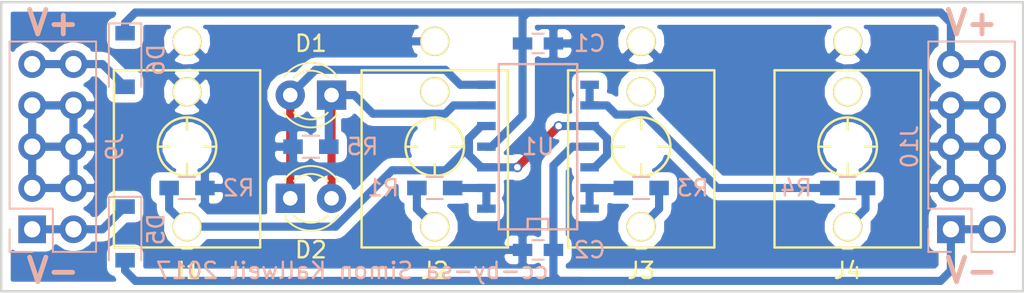
<source format=kicad_pcb>
(kicad_pcb (version 4) (host pcbnew 4.0.5)

  (general
    (links 51)
    (no_connects 0)
    (area 115.494999 67.234999 178.510001 85.165001)
    (thickness 1.6)
    (drawings 9)
    (tracks 85)
    (zones 0)
    (modules 18)
    (nets 15)
  )

  (page A4)
  (layers
    (0 F.Cu signal)
    (31 B.Cu signal)
    (32 B.Adhes user)
    (33 F.Adhes user)
    (34 B.Paste user)
    (35 F.Paste user)
    (36 B.SilkS user)
    (37 F.SilkS user)
    (38 B.Mask user)
    (39 F.Mask user)
    (40 Dwgs.User user hide)
    (41 Cmts.User user hide)
    (42 Eco1.User user hide)
    (43 Eco2.User user hide)
    (44 Edge.Cuts user)
    (45 Margin user)
    (46 B.CrtYd user hide)
    (47 F.CrtYd user hide)
    (48 B.Fab user hide)
    (49 F.Fab user hide)
  )

  (setup
    (last_trace_width 0.25)
    (user_trace_width 0.4)
    (user_trace_width 0.5)
    (trace_clearance 0.2)
    (zone_clearance 0.508)
    (zone_45_only no)
    (trace_min 0.2)
    (segment_width 0.2)
    (edge_width 0.15)
    (via_size 0.6)
    (via_drill 0.4)
    (via_min_size 0.4)
    (via_min_drill 0.3)
    (uvia_size 0.3)
    (uvia_drill 0.1)
    (uvias_allowed no)
    (uvia_min_size 0.2)
    (uvia_min_drill 0.1)
    (pcb_text_width 0.3)
    (pcb_text_size 1.5 1.5)
    (mod_edge_width 0.15)
    (mod_text_size 1 1)
    (mod_text_width 0.15)
    (pad_size 1.524 1.524)
    (pad_drill 0.762)
    (pad_to_mask_clearance 0.2)
    (aux_axis_origin 0 0)
    (visible_elements FFFFFF7F)
    (pcbplotparams
      (layerselection 0x00030_80000001)
      (usegerberextensions false)
      (excludeedgelayer true)
      (linewidth 0.100000)
      (plotframeref false)
      (viasonmask false)
      (mode 1)
      (useauxorigin false)
      (hpglpennumber 1)
      (hpglpenspeed 20)
      (hpglpendiameter 15)
      (hpglpenoverlay 2)
      (psnegative false)
      (psa4output false)
      (plotreference true)
      (plotvalue true)
      (plotinvisibletext false)
      (padsonsilk false)
      (subtractmaskfromsilk false)
      (outputformat 1)
      (mirror false)
      (drillshape 1)
      (scaleselection 1)
      (outputdirectory ""))
  )

  (net 0 "")
  (net 1 GND)
  (net 2 "Net-(D1-Pad1)")
  (net 3 "Net-(D1-Pad2)")
  (net 4 "Net-(D5-Pad1)")
  (net 5 +12V)
  (net 6 -12V)
  (net 7 "Net-(R3-Pad1)")
  (net 8 "Net-(D6-Pad2)")
  (net 9 "Net-(J1-Pad3)")
  (net 10 "Net-(J2-Pad3)")
  (net 11 "Net-(J3-Pad3)")
  (net 12 "Net-(J4-Pad3)")
  (net 13 "Net-(R1-Pad2)")
  (net 14 "Net-(R4-Pad2)")

  (net_class Default "This is the default net class."
    (clearance 0.2)
    (trace_width 0.25)
    (via_dia 0.6)
    (via_drill 0.4)
    (uvia_dia 0.3)
    (uvia_drill 0.1)
    (add_net +12V)
    (add_net -12V)
    (add_net GND)
    (add_net "Net-(D1-Pad1)")
    (add_net "Net-(D1-Pad2)")
    (add_net "Net-(D5-Pad1)")
    (add_net "Net-(D6-Pad2)")
    (add_net "Net-(J1-Pad3)")
    (add_net "Net-(J2-Pad3)")
    (add_net "Net-(J3-Pad3)")
    (add_net "Net-(J4-Pad3)")
    (add_net "Net-(R1-Pad2)")
    (add_net "Net-(R3-Pad1)")
    (add_net "Net-(R4-Pad2)")
  )

  (module Capacitors_SMD:C_0603_HandSoldering (layer B.Cu) (tedit 58AA848B) (tstamp 58AEF86B)
    (at 148.59 69.85)
    (descr "Capacitor SMD 0603, hand soldering")
    (tags "capacitor 0603")
    (path /58AEF55C)
    (attr smd)
    (fp_text reference C1 (at 3.175 0) (layer B.SilkS)
      (effects (font (size 1 1) (thickness 0.15)) (justify mirror))
    )
    (fp_text value 100n (at 0 -1.5) (layer B.Fab)
      (effects (font (size 1 1) (thickness 0.15)) (justify mirror))
    )
    (fp_text user %R (at 0 1.25) (layer B.Fab)
      (effects (font (size 1 1) (thickness 0.15)) (justify mirror))
    )
    (fp_line (start -0.8 -0.4) (end -0.8 0.4) (layer B.Fab) (width 0.1))
    (fp_line (start 0.8 -0.4) (end -0.8 -0.4) (layer B.Fab) (width 0.1))
    (fp_line (start 0.8 0.4) (end 0.8 -0.4) (layer B.Fab) (width 0.1))
    (fp_line (start -0.8 0.4) (end 0.8 0.4) (layer B.Fab) (width 0.1))
    (fp_line (start -0.35 0.6) (end 0.35 0.6) (layer B.SilkS) (width 0.12))
    (fp_line (start 0.35 -0.6) (end -0.35 -0.6) (layer B.SilkS) (width 0.12))
    (fp_line (start -1.8 0.65) (end 1.8 0.65) (layer B.CrtYd) (width 0.05))
    (fp_line (start -1.8 0.65) (end -1.8 -0.65) (layer B.CrtYd) (width 0.05))
    (fp_line (start 1.8 -0.65) (end 1.8 0.65) (layer B.CrtYd) (width 0.05))
    (fp_line (start 1.8 -0.65) (end -1.8 -0.65) (layer B.CrtYd) (width 0.05))
    (pad 1 smd rect (at -0.95 0) (size 1.2 0.75) (layers B.Cu B.Paste B.Mask)
      (net 5 +12V))
    (pad 2 smd rect (at 0.95 0) (size 1.2 0.75) (layers B.Cu B.Paste B.Mask)
      (net 1 GND))
    (model Capacitors_SMD.3dshapes/C_0603.wrl
      (at (xyz 0 0 0))
      (scale (xyz 1 1 1))
      (rotate (xyz 0 0 0))
    )
  )

  (module LEDs:LED_D3.0mm (layer F.Cu) (tedit 587A3A7B) (tstamp 58AEF877)
    (at 135.89 73.025 180)
    (descr "LED, diameter 3.0mm, 2 pins")
    (tags "LED diameter 3.0mm 2 pins")
    (path /58AF0282)
    (fp_text reference D1 (at 1.27 3.175 180) (layer F.SilkS)
      (effects (font (size 1 1) (thickness 0.15)))
    )
    (fp_text value LED (at 1.27 2.96 180) (layer F.Fab)
      (effects (font (size 1 1) (thickness 0.15)))
    )
    (fp_arc (start 1.27 0) (end -0.23 -1.16619) (angle 284.3) (layer F.Fab) (width 0.1))
    (fp_arc (start 1.27 0) (end -0.29 -1.235516) (angle 108.8) (layer F.SilkS) (width 0.12))
    (fp_arc (start 1.27 0) (end -0.29 1.235516) (angle -108.8) (layer F.SilkS) (width 0.12))
    (fp_arc (start 1.27 0) (end 0.229039 -1.08) (angle 87.9) (layer F.SilkS) (width 0.12))
    (fp_arc (start 1.27 0) (end 0.229039 1.08) (angle -87.9) (layer F.SilkS) (width 0.12))
    (fp_circle (center 1.27 0) (end 2.77 0) (layer F.Fab) (width 0.1))
    (fp_line (start -0.23 -1.16619) (end -0.23 1.16619) (layer F.Fab) (width 0.1))
    (fp_line (start -0.29 -1.236) (end -0.29 -1.08) (layer F.SilkS) (width 0.12))
    (fp_line (start -0.29 1.08) (end -0.29 1.236) (layer F.SilkS) (width 0.12))
    (fp_line (start -1.15 -2.25) (end -1.15 2.25) (layer F.CrtYd) (width 0.05))
    (fp_line (start -1.15 2.25) (end 3.7 2.25) (layer F.CrtYd) (width 0.05))
    (fp_line (start 3.7 2.25) (end 3.7 -2.25) (layer F.CrtYd) (width 0.05))
    (fp_line (start 3.7 -2.25) (end -1.15 -2.25) (layer F.CrtYd) (width 0.05))
    (pad 1 thru_hole rect (at 0 0 180) (size 1.8 1.8) (drill 0.9) (layers *.Cu *.Mask)
      (net 2 "Net-(D1-Pad1)"))
    (pad 2 thru_hole circle (at 2.54 0 180) (size 1.8 1.8) (drill 0.9) (layers *.Cu *.Mask)
      (net 3 "Net-(D1-Pad2)"))
    (model LEDs.3dshapes/LED_D3.0mm.wrl
      (at (xyz 0 0 0))
      (scale (xyz 0.393701 0.393701 0.393701))
      (rotate (xyz 0 0 0))
    )
  )

  (module LEDs:LED_D3.0mm (layer F.Cu) (tedit 587A3A7B) (tstamp 58AEF87D)
    (at 133.35 79.375)
    (descr "LED, diameter 3.0mm, 2 pins")
    (tags "LED diameter 3.0mm 2 pins")
    (path /58AF02C6)
    (fp_text reference D2 (at 1.27 3.175) (layer F.SilkS)
      (effects (font (size 1 1) (thickness 0.15)))
    )
    (fp_text value LED (at 1.27 2.96) (layer F.Fab)
      (effects (font (size 1 1) (thickness 0.15)))
    )
    (fp_arc (start 1.27 0) (end -0.23 -1.16619) (angle 284.3) (layer F.Fab) (width 0.1))
    (fp_arc (start 1.27 0) (end -0.29 -1.235516) (angle 108.8) (layer F.SilkS) (width 0.12))
    (fp_arc (start 1.27 0) (end -0.29 1.235516) (angle -108.8) (layer F.SilkS) (width 0.12))
    (fp_arc (start 1.27 0) (end 0.229039 -1.08) (angle 87.9) (layer F.SilkS) (width 0.12))
    (fp_arc (start 1.27 0) (end 0.229039 1.08) (angle -87.9) (layer F.SilkS) (width 0.12))
    (fp_circle (center 1.27 0) (end 2.77 0) (layer F.Fab) (width 0.1))
    (fp_line (start -0.23 -1.16619) (end -0.23 1.16619) (layer F.Fab) (width 0.1))
    (fp_line (start -0.29 -1.236) (end -0.29 -1.08) (layer F.SilkS) (width 0.12))
    (fp_line (start -0.29 1.08) (end -0.29 1.236) (layer F.SilkS) (width 0.12))
    (fp_line (start -1.15 -2.25) (end -1.15 2.25) (layer F.CrtYd) (width 0.05))
    (fp_line (start -1.15 2.25) (end 3.7 2.25) (layer F.CrtYd) (width 0.05))
    (fp_line (start 3.7 2.25) (end 3.7 -2.25) (layer F.CrtYd) (width 0.05))
    (fp_line (start 3.7 -2.25) (end -1.15 -2.25) (layer F.CrtYd) (width 0.05))
    (pad 1 thru_hole rect (at 0 0) (size 1.8 1.8) (drill 0.9) (layers *.Cu *.Mask)
      (net 3 "Net-(D1-Pad2)"))
    (pad 2 thru_hole circle (at 2.54 0) (size 1.8 1.8) (drill 0.9) (layers *.Cu *.Mask)
      (net 2 "Net-(D1-Pad1)"))
    (model LEDs.3dshapes/LED_D3.0mm.wrl
      (at (xyz 0 0 0))
      (scale (xyz 0.393701 0.393701 0.393701))
      (rotate (xyz 0 0 0))
    )
  )

  (module Resistors_SMD:R_0603_HandSoldering (layer B.Cu) (tedit 58AAD9E8) (tstamp 58AEF8F9)
    (at 142.24 78.74)
    (descr "Resistor SMD 0603, hand soldering")
    (tags "resistor 0603")
    (path /58B41330)
    (attr smd)
    (fp_text reference R1 (at -3.175 0) (layer B.SilkS)
      (effects (font (size 1 1) (thickness 0.15)) (justify mirror))
    )
    (fp_text value 100 (at 0 -1.55) (layer B.Fab)
      (effects (font (size 1 1) (thickness 0.15)) (justify mirror))
    )
    (fp_text user %R (at 0 1.45) (layer B.Fab)
      (effects (font (size 1 1) (thickness 0.15)) (justify mirror))
    )
    (fp_line (start -0.8 -0.4) (end -0.8 0.4) (layer B.Fab) (width 0.1))
    (fp_line (start 0.8 -0.4) (end -0.8 -0.4) (layer B.Fab) (width 0.1))
    (fp_line (start 0.8 0.4) (end 0.8 -0.4) (layer B.Fab) (width 0.1))
    (fp_line (start -0.8 0.4) (end 0.8 0.4) (layer B.Fab) (width 0.1))
    (fp_line (start 0.5 -0.68) (end -0.5 -0.68) (layer B.SilkS) (width 0.12))
    (fp_line (start -0.5 0.68) (end 0.5 0.68) (layer B.SilkS) (width 0.12))
    (fp_line (start -1.96 0.7) (end 1.95 0.7) (layer B.CrtYd) (width 0.05))
    (fp_line (start -1.96 0.7) (end -1.96 -0.7) (layer B.CrtYd) (width 0.05))
    (fp_line (start 1.95 -0.7) (end 1.95 0.7) (layer B.CrtYd) (width 0.05))
    (fp_line (start 1.95 -0.7) (end -1.96 -0.7) (layer B.CrtYd) (width 0.05))
    (pad 1 smd rect (at -1.1 0) (size 1.2 0.9) (layers B.Cu B.Paste B.Mask)
      (net 10 "Net-(J2-Pad3)"))
    (pad 2 smd rect (at 1.1 0) (size 1.2 0.9) (layers B.Cu B.Paste B.Mask)
      (net 13 "Net-(R1-Pad2)"))
    (model Resistors_SMD.3dshapes/R_0603.wrl
      (at (xyz 0 0 0))
      (scale (xyz 1 1 1))
      (rotate (xyz 0 0 0))
    )
  )

  (module Resistors_SMD:R_0603_HandSoldering (layer B.Cu) (tedit 58AAD9E8) (tstamp 58AEF8FF)
    (at 127 78.74)
    (descr "Resistor SMD 0603, hand soldering")
    (tags "resistor 0603")
    (path /58B409F8)
    (attr smd)
    (fp_text reference R2 (at 3.175 0) (layer B.SilkS)
      (effects (font (size 1 1) (thickness 0.15)) (justify mirror))
    )
    (fp_text value 10M (at 0 -1.55) (layer B.Fab)
      (effects (font (size 1 1) (thickness 0.15)) (justify mirror))
    )
    (fp_text user %R (at 0 1.45) (layer B.Fab)
      (effects (font (size 1 1) (thickness 0.15)) (justify mirror))
    )
    (fp_line (start -0.8 -0.4) (end -0.8 0.4) (layer B.Fab) (width 0.1))
    (fp_line (start 0.8 -0.4) (end -0.8 -0.4) (layer B.Fab) (width 0.1))
    (fp_line (start 0.8 0.4) (end 0.8 -0.4) (layer B.Fab) (width 0.1))
    (fp_line (start -0.8 0.4) (end 0.8 0.4) (layer B.Fab) (width 0.1))
    (fp_line (start 0.5 -0.68) (end -0.5 -0.68) (layer B.SilkS) (width 0.12))
    (fp_line (start -0.5 0.68) (end 0.5 0.68) (layer B.SilkS) (width 0.12))
    (fp_line (start -1.96 0.7) (end 1.95 0.7) (layer B.CrtYd) (width 0.05))
    (fp_line (start -1.96 0.7) (end -1.96 -0.7) (layer B.CrtYd) (width 0.05))
    (fp_line (start 1.95 -0.7) (end 1.95 0.7) (layer B.CrtYd) (width 0.05))
    (fp_line (start 1.95 -0.7) (end -1.96 -0.7) (layer B.CrtYd) (width 0.05))
    (pad 1 smd rect (at -1.1 0) (size 1.2 0.9) (layers B.Cu B.Paste B.Mask)
      (net 9 "Net-(J1-Pad3)"))
    (pad 2 smd rect (at 1.1 0) (size 1.2 0.9) (layers B.Cu B.Paste B.Mask)
      (net 1 GND))
    (model Resistors_SMD.3dshapes/R_0603.wrl
      (at (xyz 0 0 0))
      (scale (xyz 1 1 1))
      (rotate (xyz 0 0 0))
    )
  )

  (module Resistors_SMD:R_0603_HandSoldering (layer B.Cu) (tedit 58AAD9E8) (tstamp 58AEF905)
    (at 154.94 78.74)
    (descr "Resistor SMD 0603, hand soldering")
    (tags "resistor 0603")
    (path /58B413E9)
    (attr smd)
    (fp_text reference R3 (at 3.175 0) (layer B.SilkS)
      (effects (font (size 1 1) (thickness 0.15)) (justify mirror))
    )
    (fp_text value 100 (at 0 -1.55) (layer B.Fab)
      (effects (font (size 1 1) (thickness 0.15)) (justify mirror))
    )
    (fp_text user %R (at 0 1.45) (layer B.Fab)
      (effects (font (size 1 1) (thickness 0.15)) (justify mirror))
    )
    (fp_line (start -0.8 -0.4) (end -0.8 0.4) (layer B.Fab) (width 0.1))
    (fp_line (start 0.8 -0.4) (end -0.8 -0.4) (layer B.Fab) (width 0.1))
    (fp_line (start 0.8 0.4) (end 0.8 -0.4) (layer B.Fab) (width 0.1))
    (fp_line (start -0.8 0.4) (end 0.8 0.4) (layer B.Fab) (width 0.1))
    (fp_line (start 0.5 -0.68) (end -0.5 -0.68) (layer B.SilkS) (width 0.12))
    (fp_line (start -0.5 0.68) (end 0.5 0.68) (layer B.SilkS) (width 0.12))
    (fp_line (start -1.96 0.7) (end 1.95 0.7) (layer B.CrtYd) (width 0.05))
    (fp_line (start -1.96 0.7) (end -1.96 -0.7) (layer B.CrtYd) (width 0.05))
    (fp_line (start 1.95 -0.7) (end 1.95 0.7) (layer B.CrtYd) (width 0.05))
    (fp_line (start 1.95 -0.7) (end -1.96 -0.7) (layer B.CrtYd) (width 0.05))
    (pad 1 smd rect (at -1.1 0) (size 1.2 0.9) (layers B.Cu B.Paste B.Mask)
      (net 7 "Net-(R3-Pad1)"))
    (pad 2 smd rect (at 1.1 0) (size 1.2 0.9) (layers B.Cu B.Paste B.Mask)
      (net 11 "Net-(J3-Pad3)"))
    (model Resistors_SMD.3dshapes/R_0603.wrl
      (at (xyz 0 0 0))
      (scale (xyz 1 1 1))
      (rotate (xyz 0 0 0))
    )
  )

  (module Resistors_SMD:R_0603_HandSoldering (layer B.Cu) (tedit 58AAD9E8) (tstamp 58AEF90B)
    (at 167.64 78.74 180)
    (descr "Resistor SMD 0603, hand soldering")
    (tags "resistor 0603")
    (path /58B41477)
    (attr smd)
    (fp_text reference R4 (at 3.175 0 180) (layer B.SilkS)
      (effects (font (size 1 1) (thickness 0.15)) (justify mirror))
    )
    (fp_text value 100 (at 0 -1.55 180) (layer B.Fab)
      (effects (font (size 1 1) (thickness 0.15)) (justify mirror))
    )
    (fp_text user %R (at 0 1.45 180) (layer B.Fab)
      (effects (font (size 1 1) (thickness 0.15)) (justify mirror))
    )
    (fp_line (start -0.8 -0.4) (end -0.8 0.4) (layer B.Fab) (width 0.1))
    (fp_line (start 0.8 -0.4) (end -0.8 -0.4) (layer B.Fab) (width 0.1))
    (fp_line (start 0.8 0.4) (end 0.8 -0.4) (layer B.Fab) (width 0.1))
    (fp_line (start -0.8 0.4) (end 0.8 0.4) (layer B.Fab) (width 0.1))
    (fp_line (start 0.5 -0.68) (end -0.5 -0.68) (layer B.SilkS) (width 0.12))
    (fp_line (start -0.5 0.68) (end 0.5 0.68) (layer B.SilkS) (width 0.12))
    (fp_line (start -1.96 0.7) (end 1.95 0.7) (layer B.CrtYd) (width 0.05))
    (fp_line (start -1.96 0.7) (end -1.96 -0.7) (layer B.CrtYd) (width 0.05))
    (fp_line (start 1.95 -0.7) (end 1.95 0.7) (layer B.CrtYd) (width 0.05))
    (fp_line (start 1.95 -0.7) (end -1.96 -0.7) (layer B.CrtYd) (width 0.05))
    (pad 1 smd rect (at -1.1 0 180) (size 1.2 0.9) (layers B.Cu B.Paste B.Mask)
      (net 12 "Net-(J4-Pad3)"))
    (pad 2 smd rect (at 1.1 0 180) (size 1.2 0.9) (layers B.Cu B.Paste B.Mask)
      (net 14 "Net-(R4-Pad2)"))
    (model Resistors_SMD.3dshapes/R_0603.wrl
      (at (xyz 0 0 0))
      (scale (xyz 1 1 1))
      (rotate (xyz 0 0 0))
    )
  )

  (module Eurocad:PJ301M-12 (layer F.Cu) (tedit 58B03180) (tstamp 58AEF8A8)
    (at 127 76.2 180)
    (path /58B40360)
    (fp_text reference J1 (at 0 -7.62 180) (layer F.SilkS)
      (effects (font (size 1 1) (thickness 0.15)))
    )
    (fp_text value PJ301M-12 (at 0 -7.112 180) (layer F.Fab)
      (effects (font (size 1 1) (thickness 0.15)))
    )
    (fp_line (start -1.8 0) (end 1.8 0) (layer F.SilkS) (width 0.15))
    (fp_line (start 0 -1.8) (end 0 1.8) (layer F.SilkS) (width 0.15))
    (fp_circle (center 0 0) (end 1.8 0) (layer F.SilkS) (width 0.15))
    (fp_line (start 4.5 -6.2) (end 4.5 4.7) (layer F.SilkS) (width 0.15))
    (fp_line (start -4.5 -6.2) (end -4.5 4.7) (layer F.SilkS) (width 0.15))
    (fp_line (start -4.5 4.7) (end 4.5 4.7) (layer F.SilkS) (width 0.15))
    (fp_line (start -4.5 -6.2) (end 4.5 -6.2) (layer F.SilkS) (width 0.15))
    (pad 2 thru_hole circle (at 0 3.38 180) (size 1.8 1.8) (drill 1.6) (layers *.Cu *.Mask F.SilkS)
      (net 1 GND))
    (pad 1 thru_hole circle (at 0 6.48 180) (size 1.8 1.8) (drill 1.6) (layers *.Cu *.Mask F.SilkS)
      (net 1 GND))
    (pad 3 thru_hole circle (at 0 -4.92 180) (size 1.8 1.8) (drill 1.6) (layers *.Cu *.Mask F.SilkS)
      (net 9 "Net-(J1-Pad3)"))
    (pad "" np_thru_hole circle (at 0 0 180) (size 2 2) (drill 2) (layers *.Cu))
  )

  (module Eurocad:PJ301M-12 (layer F.Cu) (tedit 58B03180) (tstamp 58AEF8AF)
    (at 142.24 76.2 180)
    (path /58B41818)
    (fp_text reference J2 (at 0 -7.62 180) (layer F.SilkS)
      (effects (font (size 1 1) (thickness 0.15)))
    )
    (fp_text value PJ301M-12 (at 0 -7.112 180) (layer F.Fab)
      (effects (font (size 1 1) (thickness 0.15)))
    )
    (fp_line (start -1.8 0) (end 1.8 0) (layer F.SilkS) (width 0.15))
    (fp_line (start 0 -1.8) (end 0 1.8) (layer F.SilkS) (width 0.15))
    (fp_circle (center 0 0) (end 1.8 0) (layer F.SilkS) (width 0.15))
    (fp_line (start 4.5 -6.2) (end 4.5 4.7) (layer F.SilkS) (width 0.15))
    (fp_line (start -4.5 -6.2) (end -4.5 4.7) (layer F.SilkS) (width 0.15))
    (fp_line (start -4.5 4.7) (end 4.5 4.7) (layer F.SilkS) (width 0.15))
    (fp_line (start -4.5 -6.2) (end 4.5 -6.2) (layer F.SilkS) (width 0.15))
    (pad 2 thru_hole circle (at 0 3.38 180) (size 1.8 1.8) (drill 1.6) (layers *.Cu *.Mask F.SilkS))
    (pad 1 thru_hole circle (at 0 6.48 180) (size 1.8 1.8) (drill 1.6) (layers *.Cu *.Mask F.SilkS)
      (net 1 GND))
    (pad 3 thru_hole circle (at 0 -4.92 180) (size 1.8 1.8) (drill 1.6) (layers *.Cu *.Mask F.SilkS)
      (net 10 "Net-(J2-Pad3)"))
    (pad "" np_thru_hole circle (at 0 0 180) (size 2 2) (drill 2) (layers *.Cu))
  )

  (module Eurocad:PJ301M-12 (layer F.Cu) (tedit 58B03180) (tstamp 58AEF8B6)
    (at 154.94 76.2 180)
    (path /58B4188C)
    (fp_text reference J3 (at 0 -7.62 180) (layer F.SilkS)
      (effects (font (size 1 1) (thickness 0.15)))
    )
    (fp_text value PJ301M-12 (at 0 -7.112 180) (layer F.Fab)
      (effects (font (size 1 1) (thickness 0.15)))
    )
    (fp_line (start -1.8 0) (end 1.8 0) (layer F.SilkS) (width 0.15))
    (fp_line (start 0 -1.8) (end 0 1.8) (layer F.SilkS) (width 0.15))
    (fp_circle (center 0 0) (end 1.8 0) (layer F.SilkS) (width 0.15))
    (fp_line (start 4.5 -6.2) (end 4.5 4.7) (layer F.SilkS) (width 0.15))
    (fp_line (start -4.5 -6.2) (end -4.5 4.7) (layer F.SilkS) (width 0.15))
    (fp_line (start -4.5 4.7) (end 4.5 4.7) (layer F.SilkS) (width 0.15))
    (fp_line (start -4.5 -6.2) (end 4.5 -6.2) (layer F.SilkS) (width 0.15))
    (pad 2 thru_hole circle (at 0 3.38 180) (size 1.8 1.8) (drill 1.6) (layers *.Cu *.Mask F.SilkS))
    (pad 1 thru_hole circle (at 0 6.48 180) (size 1.8 1.8) (drill 1.6) (layers *.Cu *.Mask F.SilkS)
      (net 1 GND))
    (pad 3 thru_hole circle (at 0 -4.92 180) (size 1.8 1.8) (drill 1.6) (layers *.Cu *.Mask F.SilkS)
      (net 11 "Net-(J3-Pad3)"))
    (pad "" np_thru_hole circle (at 0 0 180) (size 2 2) (drill 2) (layers *.Cu))
  )

  (module Eurocad:PJ301M-12 (layer F.Cu) (tedit 58B03180) (tstamp 58AEF8BD)
    (at 167.64 76.2 180)
    (path /58B418FC)
    (fp_text reference J4 (at 0 -7.62 180) (layer F.SilkS)
      (effects (font (size 1 1) (thickness 0.15)))
    )
    (fp_text value PJ301M-12 (at 0 -7.112 180) (layer F.Fab)
      (effects (font (size 1 1) (thickness 0.15)))
    )
    (fp_line (start -1.8 0) (end 1.8 0) (layer F.SilkS) (width 0.15))
    (fp_line (start 0 -1.8) (end 0 1.8) (layer F.SilkS) (width 0.15))
    (fp_circle (center 0 0) (end 1.8 0) (layer F.SilkS) (width 0.15))
    (fp_line (start 4.5 -6.2) (end 4.5 4.7) (layer F.SilkS) (width 0.15))
    (fp_line (start -4.5 -6.2) (end -4.5 4.7) (layer F.SilkS) (width 0.15))
    (fp_line (start -4.5 4.7) (end 4.5 4.7) (layer F.SilkS) (width 0.15))
    (fp_line (start -4.5 -6.2) (end 4.5 -6.2) (layer F.SilkS) (width 0.15))
    (pad 2 thru_hole circle (at 0 3.38 180) (size 1.8 1.8) (drill 1.6) (layers *.Cu *.Mask F.SilkS))
    (pad 1 thru_hole circle (at 0 6.48 180) (size 1.8 1.8) (drill 1.6) (layers *.Cu *.Mask F.SilkS)
      (net 1 GND))
    (pad 3 thru_hole circle (at 0 -4.92 180) (size 1.8 1.8) (drill 1.6) (layers *.Cu *.Mask F.SilkS)
      (net 12 "Net-(J4-Pad3)"))
    (pad "" np_thru_hole circle (at 0 0 180) (size 2 2) (drill 2) (layers *.Cu))
  )

  (module Resistors_SMD:R_0603_HandSoldering (layer B.Cu) (tedit 58AAD9E8) (tstamp 58B05CB1)
    (at 134.62 76.2 180)
    (descr "Resistor SMD 0603, hand soldering")
    (tags "resistor 0603")
    (path /58AF01CB)
    (attr smd)
    (fp_text reference R5 (at -3.175 0 180) (layer B.SilkS)
      (effects (font (size 1 1) (thickness 0.15)) (justify mirror))
    )
    (fp_text value 10K (at 0 -1.55 180) (layer B.Fab)
      (effects (font (size 1 1) (thickness 0.15)) (justify mirror))
    )
    (fp_text user %R (at 0 1.45 180) (layer B.Fab)
      (effects (font (size 1 1) (thickness 0.15)) (justify mirror))
    )
    (fp_line (start -0.8 -0.4) (end -0.8 0.4) (layer B.Fab) (width 0.1))
    (fp_line (start 0.8 -0.4) (end -0.8 -0.4) (layer B.Fab) (width 0.1))
    (fp_line (start 0.8 0.4) (end 0.8 -0.4) (layer B.Fab) (width 0.1))
    (fp_line (start -0.8 0.4) (end 0.8 0.4) (layer B.Fab) (width 0.1))
    (fp_line (start 0.5 -0.68) (end -0.5 -0.68) (layer B.SilkS) (width 0.12))
    (fp_line (start -0.5 0.68) (end 0.5 0.68) (layer B.SilkS) (width 0.12))
    (fp_line (start -1.96 0.7) (end 1.95 0.7) (layer B.CrtYd) (width 0.05))
    (fp_line (start -1.96 0.7) (end -1.96 -0.7) (layer B.CrtYd) (width 0.05))
    (fp_line (start 1.95 -0.7) (end 1.95 0.7) (layer B.CrtYd) (width 0.05))
    (fp_line (start 1.95 -0.7) (end -1.96 -0.7) (layer B.CrtYd) (width 0.05))
    (pad 1 smd rect (at -1.1 0 180) (size 1.2 0.9) (layers B.Cu B.Paste B.Mask)
      (net 2 "Net-(D1-Pad1)"))
    (pad 2 smd rect (at 1.1 0 180) (size 1.2 0.9) (layers B.Cu B.Paste B.Mask)
      (net 1 GND))
    (model Resistors_SMD.3dshapes/R_0603.wrl
      (at (xyz 0 0 0))
      (scale (xyz 1 1 1))
      (rotate (xyz 0 0 0))
    )
  )

  (module Pin_Headers:Pin_Header_Straight_2x05_Pitch2.54mm (layer B.Cu) (tedit 5862ED53) (tstamp 58B172AE)
    (at 173.99 81.28)
    (descr "Through hole straight pin header, 2x05, 2.54mm pitch, double rows")
    (tags "Through hole pin header THT 2x05 2.54mm double row")
    (path /58B35EB4)
    (fp_text reference J10 (at -2.54 -5.08 270) (layer B.SilkS)
      (effects (font (size 1 1) (thickness 0.15)) (justify mirror))
    )
    (fp_text value CONN_02X05 (at 1.27 -12.55) (layer B.Fab)
      (effects (font (size 1 1) (thickness 0.15)) (justify mirror))
    )
    (fp_line (start -1.27 1.27) (end -1.27 -11.43) (layer B.Fab) (width 0.1))
    (fp_line (start -1.27 -11.43) (end 3.81 -11.43) (layer B.Fab) (width 0.1))
    (fp_line (start 3.81 -11.43) (end 3.81 1.27) (layer B.Fab) (width 0.1))
    (fp_line (start 3.81 1.27) (end -1.27 1.27) (layer B.Fab) (width 0.1))
    (fp_line (start -1.39 -1.27) (end -1.39 -11.55) (layer B.SilkS) (width 0.12))
    (fp_line (start -1.39 -11.55) (end 3.93 -11.55) (layer B.SilkS) (width 0.12))
    (fp_line (start 3.93 -11.55) (end 3.93 1.39) (layer B.SilkS) (width 0.12))
    (fp_line (start 3.93 1.39) (end 1.27 1.39) (layer B.SilkS) (width 0.12))
    (fp_line (start 1.27 1.39) (end 1.27 -1.27) (layer B.SilkS) (width 0.12))
    (fp_line (start 1.27 -1.27) (end -1.39 -1.27) (layer B.SilkS) (width 0.12))
    (fp_line (start -1.39 0) (end -1.39 1.39) (layer B.SilkS) (width 0.12))
    (fp_line (start -1.39 1.39) (end 0 1.39) (layer B.SilkS) (width 0.12))
    (fp_line (start -1.6 1.6) (end -1.6 -11.7) (layer B.CrtYd) (width 0.05))
    (fp_line (start -1.6 -11.7) (end 4.1 -11.7) (layer B.CrtYd) (width 0.05))
    (fp_line (start 4.1 -11.7) (end 4.1 1.6) (layer B.CrtYd) (width 0.05))
    (fp_line (start 4.1 1.6) (end -1.6 1.6) (layer B.CrtYd) (width 0.05))
    (pad 1 thru_hole rect (at 0 0) (size 1.7 1.7) (drill 1) (layers *.Cu *.Mask)
      (net 6 -12V))
    (pad 2 thru_hole oval (at 2.54 0) (size 1.7 1.7) (drill 1) (layers *.Cu *.Mask)
      (net 6 -12V))
    (pad 3 thru_hole oval (at 0 -2.54) (size 1.7 1.7) (drill 1) (layers *.Cu *.Mask)
      (net 1 GND))
    (pad 4 thru_hole oval (at 2.54 -2.54) (size 1.7 1.7) (drill 1) (layers *.Cu *.Mask)
      (net 1 GND))
    (pad 5 thru_hole oval (at 0 -5.08) (size 1.7 1.7) (drill 1) (layers *.Cu *.Mask)
      (net 1 GND))
    (pad 6 thru_hole oval (at 2.54 -5.08) (size 1.7 1.7) (drill 1) (layers *.Cu *.Mask)
      (net 1 GND))
    (pad 7 thru_hole oval (at 0 -7.62) (size 1.7 1.7) (drill 1) (layers *.Cu *.Mask)
      (net 1 GND))
    (pad 8 thru_hole oval (at 2.54 -7.62) (size 1.7 1.7) (drill 1) (layers *.Cu *.Mask)
      (net 1 GND))
    (pad 9 thru_hole oval (at 0 -10.16) (size 1.7 1.7) (drill 1) (layers *.Cu *.Mask)
      (net 5 +12V))
    (pad 10 thru_hole oval (at 2.54 -10.16) (size 1.7 1.7) (drill 1) (layers *.Cu *.Mask)
      (net 5 +12V))
    (model Pin_Headers.3dshapes/Pin_Header_Straight_2x05_Pitch2.54mm.wrl
      (at (xyz 0.05 -0.2 0))
      (scale (xyz 1 1 1))
      (rotate (xyz 0 0 90))
    )
  )

  (module Pin_Headers:Pin_Header_Straight_2x05_Pitch2.54mm (layer B.Cu) (tedit 5862ED53) (tstamp 58B3F8BA)
    (at 117.475 81.28)
    (descr "Through hole straight pin header, 2x05, 2.54mm pitch, double rows")
    (tags "Through hole pin header THT 2x05 2.54mm double row")
    (path /58AF50EB)
    (fp_text reference J9 (at 5.08 -5.08 90) (layer B.SilkS)
      (effects (font (size 1 1) (thickness 0.15)) (justify mirror))
    )
    (fp_text value CONN_02X05 (at 1.27 -12.55) (layer B.Fab)
      (effects (font (size 1 1) (thickness 0.15)) (justify mirror))
    )
    (fp_line (start -1.27 1.27) (end -1.27 -11.43) (layer B.Fab) (width 0.1))
    (fp_line (start -1.27 -11.43) (end 3.81 -11.43) (layer B.Fab) (width 0.1))
    (fp_line (start 3.81 -11.43) (end 3.81 1.27) (layer B.Fab) (width 0.1))
    (fp_line (start 3.81 1.27) (end -1.27 1.27) (layer B.Fab) (width 0.1))
    (fp_line (start -1.39 -1.27) (end -1.39 -11.55) (layer B.SilkS) (width 0.12))
    (fp_line (start -1.39 -11.55) (end 3.93 -11.55) (layer B.SilkS) (width 0.12))
    (fp_line (start 3.93 -11.55) (end 3.93 1.39) (layer B.SilkS) (width 0.12))
    (fp_line (start 3.93 1.39) (end 1.27 1.39) (layer B.SilkS) (width 0.12))
    (fp_line (start 1.27 1.39) (end 1.27 -1.27) (layer B.SilkS) (width 0.12))
    (fp_line (start 1.27 -1.27) (end -1.39 -1.27) (layer B.SilkS) (width 0.12))
    (fp_line (start -1.39 0) (end -1.39 1.39) (layer B.SilkS) (width 0.12))
    (fp_line (start -1.39 1.39) (end 0 1.39) (layer B.SilkS) (width 0.12))
    (fp_line (start -1.6 1.6) (end -1.6 -11.7) (layer B.CrtYd) (width 0.05))
    (fp_line (start -1.6 -11.7) (end 4.1 -11.7) (layer B.CrtYd) (width 0.05))
    (fp_line (start 4.1 -11.7) (end 4.1 1.6) (layer B.CrtYd) (width 0.05))
    (fp_line (start 4.1 1.6) (end -1.6 1.6) (layer B.CrtYd) (width 0.05))
    (pad 1 thru_hole rect (at 0 0) (size 1.7 1.7) (drill 1) (layers *.Cu *.Mask)
      (net 4 "Net-(D5-Pad1)"))
    (pad 2 thru_hole oval (at 2.54 0) (size 1.7 1.7) (drill 1) (layers *.Cu *.Mask)
      (net 4 "Net-(D5-Pad1)"))
    (pad 3 thru_hole oval (at 0 -2.54) (size 1.7 1.7) (drill 1) (layers *.Cu *.Mask)
      (net 1 GND))
    (pad 4 thru_hole oval (at 2.54 -2.54) (size 1.7 1.7) (drill 1) (layers *.Cu *.Mask)
      (net 1 GND))
    (pad 5 thru_hole oval (at 0 -5.08) (size 1.7 1.7) (drill 1) (layers *.Cu *.Mask)
      (net 1 GND))
    (pad 6 thru_hole oval (at 2.54 -5.08) (size 1.7 1.7) (drill 1) (layers *.Cu *.Mask)
      (net 1 GND))
    (pad 7 thru_hole oval (at 0 -7.62) (size 1.7 1.7) (drill 1) (layers *.Cu *.Mask)
      (net 1 GND))
    (pad 8 thru_hole oval (at 2.54 -7.62) (size 1.7 1.7) (drill 1) (layers *.Cu *.Mask)
      (net 1 GND))
    (pad 9 thru_hole oval (at 0 -10.16) (size 1.7 1.7) (drill 1) (layers *.Cu *.Mask)
      (net 8 "Net-(D6-Pad2)"))
    (pad 10 thru_hole oval (at 2.54 -10.16) (size 1.7 1.7) (drill 1) (layers *.Cu *.Mask)
      (net 8 "Net-(D6-Pad2)"))
    (model Pin_Headers.3dshapes/Pin_Header_Straight_2x05_Pitch2.54mm.wrl
      (at (xyz 0.05 -0.2 0))
      (scale (xyz 1 1 1))
      (rotate (xyz 0 0 90))
    )
  )

  (module Diodes_SMD:D_SOD-123 (layer B.Cu) (tedit 58645DC7) (tstamp 58B3FA7E)
    (at 123.19 81.535 270)
    (descr SOD-123)
    (tags SOD-123)
    (path /58B4B44B)
    (attr smd)
    (fp_text reference D5 (at -0.255 -1.905 270) (layer B.SilkS)
      (effects (font (size 1 1) (thickness 0.15)) (justify mirror))
    )
    (fp_text value 1N5819HW (at 0 -2.1 270) (layer B.Fab)
      (effects (font (size 1 1) (thickness 0.15)) (justify mirror))
    )
    (fp_line (start -2.25 1) (end -2.25 -1) (layer B.SilkS) (width 0.12))
    (fp_line (start 0.25 0) (end 0.75 0) (layer B.Fab) (width 0.1))
    (fp_line (start 0.25 -0.4) (end -0.35 0) (layer B.Fab) (width 0.1))
    (fp_line (start 0.25 0.4) (end 0.25 -0.4) (layer B.Fab) (width 0.1))
    (fp_line (start -0.35 0) (end 0.25 0.4) (layer B.Fab) (width 0.1))
    (fp_line (start -0.35 0) (end -0.35 -0.55) (layer B.Fab) (width 0.1))
    (fp_line (start -0.35 0) (end -0.35 0.55) (layer B.Fab) (width 0.1))
    (fp_line (start -0.75 0) (end -0.35 0) (layer B.Fab) (width 0.1))
    (fp_line (start -1.4 -0.9) (end -1.4 0.9) (layer B.Fab) (width 0.1))
    (fp_line (start 1.4 -0.9) (end -1.4 -0.9) (layer B.Fab) (width 0.1))
    (fp_line (start 1.4 0.9) (end 1.4 -0.9) (layer B.Fab) (width 0.1))
    (fp_line (start -1.4 0.9) (end 1.4 0.9) (layer B.Fab) (width 0.1))
    (fp_line (start -2.35 1.15) (end 2.35 1.15) (layer B.CrtYd) (width 0.05))
    (fp_line (start 2.35 1.15) (end 2.35 -1.15) (layer B.CrtYd) (width 0.05))
    (fp_line (start 2.35 -1.15) (end -2.35 -1.15) (layer B.CrtYd) (width 0.05))
    (fp_line (start -2.35 1.15) (end -2.35 -1.15) (layer B.CrtYd) (width 0.05))
    (fp_line (start -2.25 -1) (end 1.65 -1) (layer B.SilkS) (width 0.12))
    (fp_line (start -2.25 1) (end 1.65 1) (layer B.SilkS) (width 0.12))
    (pad 1 smd rect (at -1.65 0 270) (size 0.9 1.2) (layers B.Cu B.Paste B.Mask)
      (net 4 "Net-(D5-Pad1)"))
    (pad 2 smd rect (at 1.65 0 270) (size 0.9 1.2) (layers B.Cu B.Paste B.Mask)
      (net 6 -12V))
    (model ${KISYS3DMOD}/Diodes_SMD.3dshapes/D_SOD-123.wrl
      (at (xyz 0 0 0))
      (scale (xyz 1 1 1))
      (rotate (xyz 0 0 0))
    )
  )

  (module Diodes_SMD:D_SOD-123 (layer B.Cu) (tedit 58645DC7) (tstamp 58B3FA83)
    (at 123.19 70.865 270)
    (descr SOD-123)
    (tags SOD-123)
    (path /58B4B4E6)
    (attr smd)
    (fp_text reference D6 (at 0 -1.905 270) (layer B.SilkS)
      (effects (font (size 1 1) (thickness 0.15)) (justify mirror))
    )
    (fp_text value 1N5819HW (at 0 -2.1 270) (layer B.Fab)
      (effects (font (size 1 1) (thickness 0.15)) (justify mirror))
    )
    (fp_line (start -2.25 1) (end -2.25 -1) (layer B.SilkS) (width 0.12))
    (fp_line (start 0.25 0) (end 0.75 0) (layer B.Fab) (width 0.1))
    (fp_line (start 0.25 -0.4) (end -0.35 0) (layer B.Fab) (width 0.1))
    (fp_line (start 0.25 0.4) (end 0.25 -0.4) (layer B.Fab) (width 0.1))
    (fp_line (start -0.35 0) (end 0.25 0.4) (layer B.Fab) (width 0.1))
    (fp_line (start -0.35 0) (end -0.35 -0.55) (layer B.Fab) (width 0.1))
    (fp_line (start -0.35 0) (end -0.35 0.55) (layer B.Fab) (width 0.1))
    (fp_line (start -0.75 0) (end -0.35 0) (layer B.Fab) (width 0.1))
    (fp_line (start -1.4 -0.9) (end -1.4 0.9) (layer B.Fab) (width 0.1))
    (fp_line (start 1.4 -0.9) (end -1.4 -0.9) (layer B.Fab) (width 0.1))
    (fp_line (start 1.4 0.9) (end 1.4 -0.9) (layer B.Fab) (width 0.1))
    (fp_line (start -1.4 0.9) (end 1.4 0.9) (layer B.Fab) (width 0.1))
    (fp_line (start -2.35 1.15) (end 2.35 1.15) (layer B.CrtYd) (width 0.05))
    (fp_line (start 2.35 1.15) (end 2.35 -1.15) (layer B.CrtYd) (width 0.05))
    (fp_line (start 2.35 -1.15) (end -2.35 -1.15) (layer B.CrtYd) (width 0.05))
    (fp_line (start -2.35 1.15) (end -2.35 -1.15) (layer B.CrtYd) (width 0.05))
    (fp_line (start -2.25 -1) (end 1.65 -1) (layer B.SilkS) (width 0.12))
    (fp_line (start -2.25 1) (end 1.65 1) (layer B.SilkS) (width 0.12))
    (pad 1 smd rect (at -1.65 0 270) (size 0.9 1.2) (layers B.Cu B.Paste B.Mask)
      (net 5 +12V))
    (pad 2 smd rect (at 1.65 0 270) (size 0.9 1.2) (layers B.Cu B.Paste B.Mask)
      (net 8 "Net-(D6-Pad2)"))
    (model ${KISYS3DMOD}/Diodes_SMD.3dshapes/D_SOD-123.wrl
      (at (xyz 0 0 0))
      (scale (xyz 1 1 1))
      (rotate (xyz 0 0 0))
    )
  )

  (module SMD_Packages:SOIC-14_N (layer B.Cu) (tedit 0) (tstamp 58B3FA88)
    (at 148.717 76.2 90)
    (descr "Module CMS SOJ 14 pins Large")
    (tags "CMS SOJ")
    (path /58B40438)
    (attr smd)
    (fp_text reference U1 (at 0 -0.127 360) (layer B.SilkS)
      (effects (font (size 1 1) (thickness 0.15)) (justify mirror))
    )
    (fp_text value TL074 (at 0 -1.27 90) (layer B.Fab)
      (effects (font (size 1 1) (thickness 0.15)) (justify mirror))
    )
    (fp_line (start 5.08 2.286) (end 5.08 -2.54) (layer B.SilkS) (width 0.15))
    (fp_line (start 5.08 -2.54) (end -5.08 -2.54) (layer B.SilkS) (width 0.15))
    (fp_line (start -5.08 -2.54) (end -5.08 2.286) (layer B.SilkS) (width 0.15))
    (fp_line (start -5.08 2.286) (end 5.08 2.286) (layer B.SilkS) (width 0.15))
    (fp_line (start -5.08 0.508) (end -4.445 0.508) (layer B.SilkS) (width 0.15))
    (fp_line (start -4.445 0.508) (end -4.445 -0.762) (layer B.SilkS) (width 0.15))
    (fp_line (start -4.445 -0.762) (end -5.08 -0.762) (layer B.SilkS) (width 0.15))
    (pad 1 smd rect (at -3.81 -3.302 90) (size 0.508 1.143) (layers B.Cu B.Paste B.Mask)
      (net 13 "Net-(R1-Pad2)"))
    (pad 2 smd rect (at -2.54 -3.302 90) (size 0.508 1.143) (layers B.Cu B.Paste B.Mask)
      (net 13 "Net-(R1-Pad2)"))
    (pad 3 smd rect (at -1.27 -3.302 90) (size 0.508 1.143) (layers B.Cu B.Paste B.Mask)
      (net 9 "Net-(J1-Pad3)"))
    (pad 4 smd rect (at 0 -3.302 90) (size 0.508 1.143) (layers B.Cu B.Paste B.Mask)
      (net 5 +12V))
    (pad 5 smd rect (at 1.27 -3.302 90) (size 0.508 1.143) (layers B.Cu B.Paste B.Mask)
      (net 9 "Net-(J1-Pad3)"))
    (pad 6 smd rect (at 2.54 -3.302 90) (size 0.508 1.143) (layers B.Cu B.Paste B.Mask)
      (net 2 "Net-(D1-Pad1)"))
    (pad 7 smd rect (at 3.81 -3.302 90) (size 0.508 1.143) (layers B.Cu B.Paste B.Mask)
      (net 3 "Net-(D1-Pad2)"))
    (pad 8 smd rect (at 3.81 3.048 90) (size 0.508 1.143) (layers B.Cu B.Paste B.Mask)
      (net 14 "Net-(R4-Pad2)"))
    (pad 9 smd rect (at 2.54 3.048 90) (size 0.508 1.143) (layers B.Cu B.Paste B.Mask)
      (net 14 "Net-(R4-Pad2)"))
    (pad 11 smd rect (at 0 3.048 90) (size 0.508 1.143) (layers B.Cu B.Paste B.Mask)
      (net 6 -12V))
    (pad 12 smd rect (at -1.27 3.048 90) (size 0.508 1.143) (layers B.Cu B.Paste B.Mask)
      (net 9 "Net-(J1-Pad3)"))
    (pad 13 smd rect (at -2.54 3.048 90) (size 0.508 1.143) (layers B.Cu B.Paste B.Mask)
      (net 7 "Net-(R3-Pad1)"))
    (pad 14 smd rect (at -3.81 3.048 90) (size 0.508 1.143) (layers B.Cu B.Paste B.Mask)
      (net 7 "Net-(R3-Pad1)"))
    (pad 10 smd rect (at 1.27 3.048 90) (size 0.508 1.143) (layers B.Cu B.Paste B.Mask)
      (net 9 "Net-(J1-Pad3)"))
    (model SMD_Packages.3dshapes/SOIC-14_N.wrl
      (at (xyz 0 0 0))
      (scale (xyz 0.5 0.4 0.5))
      (rotate (xyz 0 0 0))
    )
  )

  (module Capacitors_SMD:C_0603_HandSoldering (layer B.Cu) (tedit 58AA848B) (tstamp 58B40463)
    (at 148.59 82.55)
    (descr "Capacitor SMD 0603, hand soldering")
    (tags "capacitor 0603")
    (path /58AEF6E9)
    (attr smd)
    (fp_text reference C2 (at 3.175 0) (layer B.SilkS)
      (effects (font (size 1 1) (thickness 0.15)) (justify mirror))
    )
    (fp_text value 100n (at 0 -1.5) (layer B.Fab)
      (effects (font (size 1 1) (thickness 0.15)) (justify mirror))
    )
    (fp_text user %R (at 0 1.25) (layer B.Fab)
      (effects (font (size 1 1) (thickness 0.15)) (justify mirror))
    )
    (fp_line (start -0.8 -0.4) (end -0.8 0.4) (layer B.Fab) (width 0.1))
    (fp_line (start 0.8 -0.4) (end -0.8 -0.4) (layer B.Fab) (width 0.1))
    (fp_line (start 0.8 0.4) (end 0.8 -0.4) (layer B.Fab) (width 0.1))
    (fp_line (start -0.8 0.4) (end 0.8 0.4) (layer B.Fab) (width 0.1))
    (fp_line (start -0.35 0.6) (end 0.35 0.6) (layer B.SilkS) (width 0.12))
    (fp_line (start 0.35 -0.6) (end -0.35 -0.6) (layer B.SilkS) (width 0.12))
    (fp_line (start -1.8 0.65) (end 1.8 0.65) (layer B.CrtYd) (width 0.05))
    (fp_line (start -1.8 0.65) (end -1.8 -0.65) (layer B.CrtYd) (width 0.05))
    (fp_line (start 1.8 -0.65) (end 1.8 0.65) (layer B.CrtYd) (width 0.05))
    (fp_line (start 1.8 -0.65) (end -1.8 -0.65) (layer B.CrtYd) (width 0.05))
    (pad 1 smd rect (at -0.95 0) (size 1.2 0.75) (layers B.Cu B.Paste B.Mask)
      (net 1 GND))
    (pad 2 smd rect (at 0.95 0) (size 1.2 0.75) (layers B.Cu B.Paste B.Mask)
      (net 6 -12V))
    (model Capacitors_SMD.3dshapes/C_0603.wrl
      (at (xyz 0 0 0))
      (scale (xyz 1 1 1))
      (rotate (xyz 0 0 0))
    )
  )

  (gr_text "cc-by-sa Simon Kallweit 2017" (at 137.16 83.82) (layer B.SilkS)
    (effects (font (size 1 1) (thickness 0.15)) (justify mirror))
  )
  (gr_text -V (at 175.26 83.82) (layer B.SilkS) (tstamp 58B40361)
    (effects (font (size 1.5 1.5) (thickness 0.3)) (justify mirror))
  )
  (gr_text +V (at 175.26 68.58) (layer B.SilkS) (tstamp 58B40360)
    (effects (font (size 1.5 1.5) (thickness 0.3)) (justify mirror))
  )
  (gr_text -V (at 118.745 83.82) (layer B.SilkS) (tstamp 58B402FF)
    (effects (font (size 1.5 1.5) (thickness 0.3)) (justify mirror))
  )
  (gr_text +V (at 118.745 68.58) (layer B.SilkS)
    (effects (font (size 1.5 1.5) (thickness 0.3)) (justify mirror))
  )
  (gr_line (start 115.57 85.09) (end 115.57 67.31) (layer Edge.Cuts) (width 0.15))
  (gr_line (start 178.435 85.09) (end 115.57 85.09) (layer Edge.Cuts) (width 0.15))
  (gr_line (start 178.435 67.31) (end 178.435 85.09) (layer Edge.Cuts) (width 0.15))
  (gr_line (start 115.57 67.31) (end 178.435 67.31) (layer Edge.Cuts) (width 0.15))

  (segment (start 142.24 69.72) (end 140.465 69.72) (width 0.5) (layer B.Cu) (net 1) (status 10))
  (segment (start 135.72 76.2) (end 135.72 73.195) (width 0.5) (layer B.Cu) (net 2) (status 30))
  (segment (start 135.72 73.195) (end 135.89 73.025) (width 0.5) (layer B.Cu) (net 2) (status 30))
  (segment (start 135.89 73.025) (end 135.89 79.375) (width 0.5) (layer F.Cu) (net 2) (status 30))
  (segment (start 145.415 73.66) (end 143.398002 73.66) (width 0.5) (layer B.Cu) (net 2) (status 10))
  (segment (start 143.398002 73.66) (end 142.888001 74.170001) (width 0.5) (layer B.Cu) (net 2))
  (segment (start 138.435001 74.170001) (end 137.29 73.025) (width 0.5) (layer B.Cu) (net 2))
  (segment (start 142.888001 74.170001) (end 138.435001 74.170001) (width 0.5) (layer B.Cu) (net 2))
  (segment (start 137.29 73.025) (end 135.89 73.025) (width 0.5) (layer B.Cu) (net 2) (status 20))
  (segment (start 133.35 73.025) (end 133.35 79.375) (width 0.5) (layer F.Cu) (net 3) (status 30))
  (segment (start 145.415 72.39) (end 143.808002 72.39) (width 0.5) (layer B.Cu) (net 3) (status 10))
  (segment (start 143.808002 72.39) (end 142.888001 71.469999) (width 0.5) (layer B.Cu) (net 3))
  (segment (start 142.888001 71.469999) (end 134.905001 71.469999) (width 0.5) (layer B.Cu) (net 3))
  (segment (start 134.905001 71.469999) (end 133.35 73.025) (width 0.5) (layer B.Cu) (net 3) (status 20))
  (segment (start 120.015 81.28) (end 121.795 81.28) (width 0.5) (layer B.Cu) (net 4) (status 10))
  (segment (start 121.795 81.28) (end 123.19 79.885) (width 0.5) (layer B.Cu) (net 4) (status 20))
  (segment (start 117.475 81.28) (end 120.015 81.28) (width 0.5) (layer B.Cu) (net 4) (status 30))
  (segment (start 147.955 67.945) (end 148.59 67.945) (width 0.5) (layer B.Cu) (net 5))
  (segment (start 148.59 67.945) (end 173.355 67.945) (width 0.5) (layer B.Cu) (net 5))
  (segment (start 123.825 67.945) (end 148.59 67.945) (width 0.5) (layer B.Cu) (net 5))
  (segment (start 123.19 68.58) (end 123.825 67.945) (width 0.5) (layer B.Cu) (net 5))
  (segment (start 123.19 69.215) (end 123.19 68.58) (width 0.5) (layer B.Cu) (net 5) (status 10))
  (segment (start 147.64 69.85) (end 147.64 68.26) (width 0.5) (layer B.Cu) (net 5) (status 10))
  (segment (start 147.64 68.26) (end 147.955 67.945) (width 0.5) (layer B.Cu) (net 5))
  (segment (start 145.415 76.2) (end 145.7325 76.2) (width 0.5) (layer B.Cu) (net 5) (status 30))
  (segment (start 145.7325 76.2) (end 147.64 74.2925) (width 0.5) (layer B.Cu) (net 5) (status 10))
  (segment (start 147.64 74.2925) (end 147.64 69.85) (width 0.5) (layer B.Cu) (net 5) (status 20))
  (segment (start 173.99 71.12) (end 176.53 71.12) (width 0.5) (layer B.Cu) (net 5) (status 30))
  (segment (start 173.355 67.945) (end 173.99 68.58) (width 0.5) (layer B.Cu) (net 5))
  (segment (start 173.99 68.58) (end 173.99 71.755) (width 0.5) (layer B.Cu) (net 5) (status 20))
  (segment (start 149.86 84.455) (end 151.13 84.455) (width 0.5) (layer B.Cu) (net 6))
  (segment (start 151.13 84.455) (end 173.355 84.455) (width 0.5) (layer B.Cu) (net 6))
  (segment (start 123.825 84.455) (end 151.13 84.455) (width 0.5) (layer B.Cu) (net 6))
  (segment (start 123.19 83.82) (end 123.825 84.455) (width 0.5) (layer B.Cu) (net 6))
  (segment (start 123.19 83.185) (end 123.19 83.82) (width 0.5) (layer B.Cu) (net 6) (status 10))
  (segment (start 149.54 82.55) (end 149.54 84.135) (width 0.5) (layer B.Cu) (net 6) (status 10))
  (segment (start 149.54 84.135) (end 149.86 84.455) (width 0.5) (layer B.Cu) (net 6))
  (segment (start 151.765 76.2) (end 150.6935 76.2) (width 0.5) (layer B.Cu) (net 6) (status 10))
  (segment (start 150.6935 76.2) (end 149.54 77.3535) (width 0.5) (layer B.Cu) (net 6))
  (segment (start 149.54 77.3535) (end 149.54 82.55) (width 0.5) (layer B.Cu) (net 6) (status 20))
  (segment (start 173.355 84.455) (end 173.99 83.82) (width 0.5) (layer B.Cu) (net 6))
  (segment (start 173.99 83.82) (end 173.99 81.915) (width 0.5) (layer B.Cu) (net 6) (status 20))
  (segment (start 176.53 81.28) (end 173.99 81.28) (width 0.5) (layer B.Cu) (net 6) (status 30))
  (segment (start 153.84 78.74) (end 151.765 78.74) (width 0.5) (layer B.Cu) (net 7) (status 30))
  (segment (start 151.765 78.74) (end 151.765 80.01) (width 0.5) (layer B.Cu) (net 7) (status 30))
  (segment (start 120.015 71.12) (end 121.795 71.12) (width 0.5) (layer B.Cu) (net 8) (status 10))
  (segment (start 121.795 71.12) (end 123.19 72.515) (width 0.5) (layer B.Cu) (net 8) (status 20))
  (segment (start 117.475 71.12) (end 120.015 71.12) (width 0.5) (layer B.Cu) (net 8) (status 30))
  (segment (start 149.86 74.93) (end 151.765 74.93) (width 0.5) (layer B.Cu) (net 9) (status 20))
  (segment (start 147.32 77.47) (end 149.86 74.93) (width 0.5) (layer F.Cu) (net 9))
  (via (at 149.86 74.93) (size 0.6) (drill 0.4) (layers F.Cu B.Cu) (net 9))
  (segment (start 145.415 77.47) (end 147.32 77.47) (width 0.5) (layer B.Cu) (net 9) (status 10))
  (via (at 147.32 77.47) (size 0.6) (drill 0.4) (layers F.Cu B.Cu) (net 9))
  (segment (start 144.3435 75.684) (end 144.3435 76.2) (width 0.5) (layer B.Cu) (net 9))
  (segment (start 144.3435 76.2) (end 144.3435 76.716) (width 0.5) (layer B.Cu) (net 9))
  (segment (start 127 81.12) (end 136.143002 81.12) (width 0.5) (layer B.Cu) (net 9) (status 10))
  (segment (start 136.143002 81.12) (end 139.613001 77.650001) (width 0.5) (layer B.Cu) (net 9))
  (segment (start 139.613001 77.650001) (end 142.893499 77.650001) (width 0.5) (layer B.Cu) (net 9))
  (segment (start 142.893499 77.650001) (end 144.3435 76.2) (width 0.5) (layer B.Cu) (net 9))
  (segment (start 125.9 78.74) (end 125.9 80.02) (width 0.5) (layer B.Cu) (net 9) (status 10))
  (segment (start 125.9 80.02) (end 127 81.12) (width 0.5) (layer B.Cu) (net 9) (status 20))
  (segment (start 151.765 74.93) (end 152.0825 74.93) (width 0.5) (layer B.Cu) (net 9) (status 30))
  (segment (start 152.0825 74.93) (end 152.8365 75.684) (width 0.5) (layer B.Cu) (net 9) (status 10))
  (segment (start 152.8365 75.684) (end 152.8365 76.716) (width 0.5) (layer B.Cu) (net 9))
  (segment (start 152.8365 76.716) (end 152.0825 77.47) (width 0.5) (layer B.Cu) (net 9) (status 20))
  (segment (start 152.0825 77.47) (end 151.765 77.47) (width 0.5) (layer B.Cu) (net 9) (status 30))
  (segment (start 145.415 74.93) (end 145.0975 74.93) (width 0.5) (layer B.Cu) (net 9) (status 30))
  (segment (start 145.0975 74.93) (end 144.3435 75.684) (width 0.5) (layer B.Cu) (net 9) (status 10))
  (segment (start 144.3435 76.716) (end 145.0975 77.47) (width 0.5) (layer B.Cu) (net 9) (status 20))
  (segment (start 145.0975 77.47) (end 145.415 77.47) (width 0.5) (layer B.Cu) (net 9) (status 30))
  (segment (start 141.14 78.74) (end 141.14 80.02) (width 0.5) (layer B.Cu) (net 10) (status 10))
  (segment (start 141.14 80.02) (end 142.24 81.12) (width 0.5) (layer B.Cu) (net 10) (status 20))
  (segment (start 156.04 78.74) (end 156.04 80.02) (width 0.5) (layer B.Cu) (net 11) (status 10))
  (segment (start 156.04 80.02) (end 154.94 81.12) (width 0.5) (layer B.Cu) (net 11) (status 20))
  (segment (start 168.74 78.74) (end 168.74 80.02) (width 0.5) (layer B.Cu) (net 12) (status 10))
  (segment (start 168.74 80.02) (end 167.64 81.12) (width 0.5) (layer B.Cu) (net 12) (status 20))
  (segment (start 143.34 78.74) (end 145.415 78.74) (width 0.5) (layer B.Cu) (net 13) (status 30))
  (segment (start 145.415 78.74) (end 145.415 80.01) (width 0.5) (layer B.Cu) (net 13) (status 30))
  (segment (start 166.54 78.74) (end 159.626002 78.74) (width 0.5) (layer B.Cu) (net 14) (status 10))
  (segment (start 159.626002 78.74) (end 155.112001 74.225999) (width 0.5) (layer B.Cu) (net 14))
  (segment (start 155.112001 74.225999) (end 153.402499 74.225999) (width 0.5) (layer B.Cu) (net 14))
  (segment (start 153.402499 74.225999) (end 152.8365 73.66) (width 0.5) (layer B.Cu) (net 14))
  (segment (start 152.8365 73.66) (end 151.765 73.66) (width 0.5) (layer B.Cu) (net 14) (status 20))
  (segment (start 151.765 73.66) (end 152.0825 73.66) (width 0.5) (layer B.Cu) (net 14) (status 30))
  (segment (start 151.765 72.39) (end 151.765 73.66) (width 0.5) (layer B.Cu) (net 14) (status 30))

  (zone (net 1) (net_name GND) (layer B.Cu) (tstamp 0) (hatch edge 0.508)
    (connect_pads (clearance 0.508))
    (min_thickness 0.254)
    (fill yes (arc_segments 16) (thermal_gap 0.508) (thermal_bridge_width 0.508))
    (polygon
      (pts
        (xy 115.57 67.31) (xy 115.57 85.09) (xy 178.435 85.09) (xy 178.435 67.31)
      )
    )
    (filled_polygon
      (pts
        (xy 122.435659 68.146601) (xy 122.354683 68.161838) (xy 122.138559 68.30091) (xy 121.993569 68.51311) (xy 121.94256 68.765)
        (xy 121.94256 69.665) (xy 121.986838 69.900317) (xy 122.12591 70.116441) (xy 122.33811 70.261431) (xy 122.59 70.31244)
        (xy 123.79 70.31244) (xy 124.025317 70.268162) (xy 124.241441 70.12909) (xy 124.386431 69.91689) (xy 124.43744 69.665)
        (xy 124.43744 68.83) (xy 125.888513 68.83) (xy 125.663357 68.905852) (xy 125.453542 69.479336) (xy 125.479161 70.08946)
        (xy 125.663357 70.534148) (xy 125.919841 70.620554) (xy 126.820395 69.72) (xy 126.806253 69.705858) (xy 126.985858 69.526253)
        (xy 127 69.540395) (xy 127.014143 69.526253) (xy 127.193748 69.705858) (xy 127.179605 69.72) (xy 128.080159 70.620554)
        (xy 128.336643 70.534148) (xy 128.546458 69.960664) (xy 128.520839 69.35054) (xy 128.336643 68.905852) (xy 128.111487 68.83)
        (xy 141.128513 68.83) (xy 140.903357 68.905852) (xy 140.693542 69.479336) (xy 140.719161 70.08946) (xy 140.903357 70.534148)
        (xy 141.054301 70.584999) (xy 134.905006 70.584999) (xy 134.905001 70.584998) (xy 134.566327 70.652365) (xy 134.471055 70.716024)
        (xy 134.279211 70.844209) (xy 134.279209 70.844212) (xy 133.633174 71.490247) (xy 133.046009 71.489735) (xy 132.481629 71.722932)
        (xy 132.049449 72.154357) (xy 131.815267 72.71833) (xy 131.814735 73.328991) (xy 132.047932 73.893371) (xy 132.479357 74.325551)
        (xy 133.04333 74.559733) (xy 133.653991 74.560265) (xy 134.218371 74.327068) (xy 134.386613 74.15912) (xy 134.386838 74.160317)
        (xy 134.52591 74.376441) (xy 134.73811 74.521431) (xy 134.835 74.541052) (xy 134.835 75.178808) (xy 134.668559 75.28591)
        (xy 134.622031 75.354006) (xy 134.479698 75.211673) (xy 134.246309 75.115) (xy 133.80575 75.115) (xy 133.647 75.27375)
        (xy 133.647 76.073) (xy 133.667 76.073) (xy 133.667 76.327) (xy 133.647 76.327) (xy 133.647 77.12625)
        (xy 133.80575 77.285) (xy 134.246309 77.285) (xy 134.479698 77.188327) (xy 134.620936 77.04709) (xy 134.65591 77.101441)
        (xy 134.86811 77.246431) (xy 135.12 77.29744) (xy 136.32 77.29744) (xy 136.555317 77.253162) (xy 136.771441 77.11409)
        (xy 136.916431 76.90189) (xy 136.96744 76.65) (xy 136.96744 75.75) (xy 136.923162 75.514683) (xy 136.78409 75.298559)
        (xy 136.605 75.176192) (xy 136.605 74.57244) (xy 136.79 74.57244) (xy 137.025317 74.528162) (xy 137.241441 74.38909)
        (xy 137.306822 74.293402) (xy 137.809209 74.795788) (xy 137.809211 74.795791) (xy 138.096326 74.987634) (xy 138.152517 74.998811)
        (xy 138.435001 75.055002) (xy 138.435006 75.055001) (xy 141.072739 75.055001) (xy 140.854722 75.272637) (xy 140.605284 75.873352)
        (xy 140.604716 76.523795) (xy 140.704381 76.765001) (xy 139.613006 76.765001) (xy 139.613001 76.765) (xy 139.330517 76.821191)
        (xy 139.274326 76.832368) (xy 138.987211 77.024211) (xy 138.987209 77.024214) (xy 137.283503 78.727919) (xy 137.192068 78.506629)
        (xy 136.760643 78.074449) (xy 136.19667 77.840267) (xy 135.586009 77.839735) (xy 135.021629 78.072932) (xy 134.853387 78.24088)
        (xy 134.853162 78.239683) (xy 134.71409 78.023559) (xy 134.50189 77.878569) (xy 134.25 77.82756) (xy 132.45 77.82756)
        (xy 132.214683 77.871838) (xy 131.998559 78.01091) (xy 131.853569 78.22311) (xy 131.80256 78.475) (xy 131.80256 80.235)
        (xy 128.285468 80.235) (xy 127.870643 79.819449) (xy 127.834718 79.804532) (xy 127.973 79.66625) (xy 127.973 78.867)
        (xy 128.227 78.867) (xy 128.227 79.66625) (xy 128.38575 79.825) (xy 128.826309 79.825) (xy 129.059698 79.728327)
        (xy 129.238327 79.549699) (xy 129.335 79.31631) (xy 129.335 79.02575) (xy 129.17625 78.867) (xy 128.227 78.867)
        (xy 127.973 78.867) (xy 127.953 78.867) (xy 127.953 78.613) (xy 127.973 78.613) (xy 127.973 77.81375)
        (xy 128.227 77.81375) (xy 128.227 78.613) (xy 129.17625 78.613) (xy 129.335 78.45425) (xy 129.335 78.16369)
        (xy 129.238327 77.930301) (xy 129.059698 77.751673) (xy 128.826309 77.655) (xy 128.38575 77.655) (xy 128.227 77.81375)
        (xy 127.973 77.81375) (xy 127.81425 77.655) (xy 127.760114 77.655) (xy 127.924943 77.586894) (xy 128.385278 77.127363)
        (xy 128.634716 76.526648) (xy 128.634751 76.48575) (xy 132.285 76.48575) (xy 132.285 76.77631) (xy 132.381673 77.009699)
        (xy 132.560302 77.188327) (xy 132.793691 77.285) (xy 133.23425 77.285) (xy 133.393 77.12625) (xy 133.393 76.327)
        (xy 132.44375 76.327) (xy 132.285 76.48575) (xy 128.634751 76.48575) (xy 128.635284 75.876205) (xy 128.530947 75.62369)
        (xy 132.285 75.62369) (xy 132.285 75.91425) (xy 132.44375 76.073) (xy 133.393 76.073) (xy 133.393 75.27375)
        (xy 133.23425 75.115) (xy 132.793691 75.115) (xy 132.560302 75.211673) (xy 132.381673 75.390301) (xy 132.285 75.62369)
        (xy 128.530947 75.62369) (xy 128.386894 75.275057) (xy 127.927363 74.814722) (xy 127.326648 74.565284) (xy 126.676205 74.564716)
        (xy 126.075057 74.813106) (xy 125.614722 75.272637) (xy 125.365284 75.873352) (xy 125.364716 76.523795) (xy 125.613106 77.124943)
        (xy 126.072637 77.585278) (xy 126.210588 77.64256) (xy 125.3 77.64256) (xy 125.064683 77.686838) (xy 124.848559 77.82591)
        (xy 124.703569 78.03811) (xy 124.65256 78.29) (xy 124.65256 79.19) (xy 124.696838 79.425317) (xy 124.83591 79.641441)
        (xy 125.015 79.763808) (xy 125.015 80.019995) (xy 125.014999 80.02) (xy 125.055513 80.223674) (xy 125.082367 80.358675)
        (xy 125.184006 80.510789) (xy 125.27421 80.64579) (xy 125.465247 80.836826) (xy 125.464735 81.423991) (xy 125.697932 81.988371)
        (xy 126.129357 82.420551) (xy 126.69333 82.654733) (xy 127.303991 82.655265) (xy 127.868371 82.422068) (xy 128.286169 82.005)
        (xy 136.142997 82.005) (xy 136.143002 82.005001) (xy 136.425486 81.94881) (xy 136.481677 81.937633) (xy 136.768792 81.74579)
        (xy 139.89256 78.622021) (xy 139.89256 79.19) (xy 139.936838 79.425317) (xy 140.07591 79.641441) (xy 140.255 79.763808)
        (xy 140.255 80.019995) (xy 140.254999 80.02) (xy 140.295513 80.223674) (xy 140.322367 80.358675) (xy 140.424006 80.510789)
        (xy 140.51421 80.64579) (xy 140.705247 80.836826) (xy 140.704735 81.423991) (xy 140.937932 81.988371) (xy 141.369357 82.420551)
        (xy 141.93333 82.654733) (xy 142.543991 82.655265) (xy 143.108371 82.422068) (xy 143.482402 82.04869) (xy 146.405 82.04869)
        (xy 146.405 82.26425) (xy 146.56375 82.423) (xy 147.513 82.423) (xy 147.513 81.69875) (xy 147.35425 81.54)
        (xy 146.913691 81.54) (xy 146.680302 81.636673) (xy 146.501673 81.815301) (xy 146.405 82.04869) (xy 143.482402 82.04869)
        (xy 143.540551 81.990643) (xy 143.774733 81.42667) (xy 143.775265 80.816009) (xy 143.542068 80.251629) (xy 143.128603 79.83744)
        (xy 143.94 79.83744) (xy 144.175317 79.793162) (xy 144.19606 79.779814) (xy 144.19606 80.264) (xy 144.240338 80.499317)
        (xy 144.37941 80.715441) (xy 144.59161 80.860431) (xy 144.8435 80.91144) (xy 145.9865 80.91144) (xy 146.221817 80.867162)
        (xy 146.437941 80.72809) (xy 146.582931 80.51589) (xy 146.63394 80.264) (xy 146.63394 79.756) (xy 146.589662 79.520683)
        (xy 146.495334 79.374093) (xy 146.582931 79.24589) (xy 146.63394 78.994) (xy 146.63394 78.486) (xy 146.609291 78.355)
        (xy 147.013178 78.355) (xy 147.133201 78.404838) (xy 147.505167 78.405162) (xy 147.848943 78.263117) (xy 148.112192 78.000327)
        (xy 148.254838 77.656799) (xy 148.255162 77.284833) (xy 148.113117 76.941057) (xy 147.850327 76.677808) (xy 147.506799 76.535162)
        (xy 147.134833 76.534838) (xy 147.013431 76.585) (xy 146.607412 76.585) (xy 146.609528 76.574552) (xy 148.265787 74.918292)
        (xy 148.26579 74.91829) (xy 148.457633 74.631175) (xy 148.525 74.2925) (xy 148.525 70.796192) (xy 148.578646 70.761671)
        (xy 148.580302 70.763327) (xy 148.813691 70.86) (xy 149.25425 70.86) (xy 149.413 70.70125) (xy 149.413 69.977)
        (xy 149.667 69.977) (xy 149.667 70.70125) (xy 149.82575 70.86) (xy 150.266309 70.86) (xy 150.410777 70.800159)
        (xy 154.039446 70.800159) (xy 154.125852 71.056643) (xy 154.699336 71.266458) (xy 155.30946 71.240839) (xy 155.754148 71.056643)
        (xy 155.840554 70.800159) (xy 166.739446 70.800159) (xy 166.825852 71.056643) (xy 167.399336 71.266458) (xy 168.00946 71.240839)
        (xy 168.454148 71.056643) (xy 168.540554 70.800159) (xy 167.64 69.899605) (xy 166.739446 70.800159) (xy 155.840554 70.800159)
        (xy 154.94 69.899605) (xy 154.039446 70.800159) (xy 150.410777 70.800159) (xy 150.499698 70.763327) (xy 150.678327 70.584699)
        (xy 150.775 70.35131) (xy 150.775 70.13575) (xy 150.61625 69.977) (xy 149.667 69.977) (xy 149.413 69.977)
        (xy 149.393 69.977) (xy 149.393 69.723) (xy 149.413 69.723) (xy 149.413 68.99875) (xy 149.667 68.99875)
        (xy 149.667 69.723) (xy 150.61625 69.723) (xy 150.775 69.56425) (xy 150.775 69.34869) (xy 150.678327 69.115301)
        (xy 150.499698 68.936673) (xy 150.266309 68.84) (xy 149.82575 68.84) (xy 149.667 68.99875) (xy 149.413 68.99875)
        (xy 149.25425 68.84) (xy 148.813691 68.84) (xy 148.580302 68.936673) (xy 148.578932 68.938043) (xy 148.525 68.901192)
        (xy 148.525 68.83) (xy 153.828513 68.83) (xy 153.603357 68.905852) (xy 153.393542 69.479336) (xy 153.419161 70.08946)
        (xy 153.603357 70.534148) (xy 153.859841 70.620554) (xy 154.760395 69.72) (xy 154.746253 69.705858) (xy 154.925858 69.526253)
        (xy 154.94 69.540395) (xy 154.954143 69.526253) (xy 155.133748 69.705858) (xy 155.119605 69.72) (xy 156.020159 70.620554)
        (xy 156.276643 70.534148) (xy 156.486458 69.960664) (xy 156.460839 69.35054) (xy 156.276643 68.905852) (xy 156.051487 68.83)
        (xy 166.528513 68.83) (xy 166.303357 68.905852) (xy 166.093542 69.479336) (xy 166.119161 70.08946) (xy 166.303357 70.534148)
        (xy 166.559841 70.620554) (xy 167.460395 69.72) (xy 167.446253 69.705858) (xy 167.625858 69.526253) (xy 167.64 69.540395)
        (xy 167.654143 69.526253) (xy 167.833748 69.705858) (xy 167.819605 69.72) (xy 168.720159 70.620554) (xy 168.976643 70.534148)
        (xy 169.186458 69.960664) (xy 169.160839 69.35054) (xy 168.976643 68.905852) (xy 168.751487 68.83) (xy 172.98842 68.83)
        (xy 173.105 68.946579) (xy 173.105 69.940221) (xy 172.910853 70.069946) (xy 172.588946 70.551715) (xy 172.475907 71.12)
        (xy 172.588946 71.688285) (xy 172.910853 72.170054) (xy 173.251553 72.397702) (xy 173.108642 72.464817) (xy 172.718355 72.893076)
        (xy 172.548524 73.30311) (xy 172.669845 73.533) (xy 173.863 73.533) (xy 173.863 73.513) (xy 174.117 73.513)
        (xy 174.117 73.533) (xy 176.403 73.533) (xy 176.403 73.513) (xy 176.657 73.513) (xy 176.657 73.533)
        (xy 176.677 73.533) (xy 176.677 73.787) (xy 176.657 73.787) (xy 176.657 76.073) (xy 176.677 76.073)
        (xy 176.677 76.327) (xy 176.657 76.327) (xy 176.657 78.613) (xy 176.677 78.613) (xy 176.677 78.867)
        (xy 176.657 78.867) (xy 176.657 78.887) (xy 176.403 78.887) (xy 176.403 78.867) (xy 174.117 78.867)
        (xy 174.117 78.887) (xy 173.863 78.887) (xy 173.863 78.867) (xy 172.669845 78.867) (xy 172.548524 79.09689)
        (xy 172.718355 79.506924) (xy 172.994501 79.809937) (xy 172.904683 79.826838) (xy 172.688559 79.96591) (xy 172.543569 80.17811)
        (xy 172.49256 80.43) (xy 172.49256 82.13) (xy 172.536838 82.365317) (xy 172.67591 82.581441) (xy 172.88811 82.726431)
        (xy 173.105 82.770352) (xy 173.105 83.453421) (xy 172.98842 83.57) (xy 150.425 83.57) (xy 150.425 83.496192)
        (xy 150.591441 83.38909) (xy 150.736431 83.17689) (xy 150.78744 82.925) (xy 150.78744 82.175) (xy 150.743162 81.939683)
        (xy 150.60409 81.723559) (xy 150.425 81.601192) (xy 150.425 77.72008) (xy 150.54606 77.59902) (xy 150.54606 77.724)
        (xy 150.590338 77.959317) (xy 150.684666 78.105907) (xy 150.597069 78.23411) (xy 150.54606 78.486) (xy 150.54606 78.994)
        (xy 150.590338 79.229317) (xy 150.684666 79.375907) (xy 150.597069 79.50411) (xy 150.54606 79.756) (xy 150.54606 80.264)
        (xy 150.590338 80.499317) (xy 150.72941 80.715441) (xy 150.94161 80.860431) (xy 151.1935 80.91144) (xy 152.3365 80.91144)
        (xy 152.571817 80.867162) (xy 152.787941 80.72809) (xy 152.932931 80.51589) (xy 152.98394 80.264) (xy 152.98394 79.783582)
        (xy 152.98811 79.786431) (xy 153.24 79.83744) (xy 154.052087 79.83744) (xy 153.639449 80.249357) (xy 153.405267 80.81333)
        (xy 153.404735 81.423991) (xy 153.637932 81.988371) (xy 154.069357 82.420551) (xy 154.63333 82.654733) (xy 155.243991 82.655265)
        (xy 155.808371 82.422068) (xy 156.240551 81.990643) (xy 156.474733 81.42667) (xy 156.475247 80.836332) (xy 156.665787 80.645792)
        (xy 156.66579 80.64579) (xy 156.857633 80.358675) (xy 156.884487 80.223674) (xy 156.925001 80.02) (xy 156.925 80.019995)
        (xy 156.925 79.761192) (xy 157.091441 79.65409) (xy 157.236431 79.44189) (xy 157.28744 79.19) (xy 157.28744 78.29)
        (xy 157.243162 78.054683) (xy 157.10409 77.838559) (xy 156.89189 77.693569) (xy 156.64 77.64256) (xy 155.730221 77.64256)
        (xy 155.864943 77.586894) (xy 156.325278 77.127363) (xy 156.453351 76.818928) (xy 159.00021 79.365787) (xy 159.000212 79.36579)
        (xy 159.232027 79.520683) (xy 159.287327 79.557633) (xy 159.626002 79.625) (xy 165.465331 79.625) (xy 165.47591 79.641441)
        (xy 165.68811 79.786431) (xy 165.94 79.83744) (xy 166.752087 79.83744) (xy 166.339449 80.249357) (xy 166.105267 80.81333)
        (xy 166.104735 81.423991) (xy 166.337932 81.988371) (xy 166.769357 82.420551) (xy 167.33333 82.654733) (xy 167.943991 82.655265)
        (xy 168.508371 82.422068) (xy 168.940551 81.990643) (xy 169.174733 81.42667) (xy 169.175247 80.836332) (xy 169.365787 80.645792)
        (xy 169.36579 80.64579) (xy 169.557633 80.358675) (xy 169.584487 80.223674) (xy 169.625001 80.02) (xy 169.625 80.019995)
        (xy 169.625 79.761192) (xy 169.791441 79.65409) (xy 169.936431 79.44189) (xy 169.98744 79.19) (xy 169.98744 78.29)
        (xy 169.943162 78.054683) (xy 169.80409 77.838559) (xy 169.59189 77.693569) (xy 169.34 77.64256) (xy 168.430221 77.64256)
        (xy 168.564943 77.586894) (xy 169.025278 77.127363) (xy 169.262158 76.55689) (xy 172.548524 76.55689) (xy 172.718355 76.966924)
        (xy 173.108642 77.395183) (xy 173.267954 77.47) (xy 173.108642 77.544817) (xy 172.718355 77.973076) (xy 172.548524 78.38311)
        (xy 172.669845 78.613) (xy 173.863 78.613) (xy 173.863 76.327) (xy 174.117 76.327) (xy 174.117 78.613)
        (xy 176.403 78.613) (xy 176.403 76.327) (xy 174.117 76.327) (xy 173.863 76.327) (xy 172.669845 76.327)
        (xy 172.548524 76.55689) (xy 169.262158 76.55689) (xy 169.274716 76.526648) (xy 169.275284 75.876205) (xy 169.026894 75.275057)
        (xy 168.567363 74.814722) (xy 167.966648 74.565284) (xy 167.316205 74.564716) (xy 166.715057 74.813106) (xy 166.254722 75.272637)
        (xy 166.005284 75.873352) (xy 166.004716 76.523795) (xy 166.253106 77.124943) (xy 166.712637 77.585278) (xy 166.850588 77.64256)
        (xy 165.94 77.64256) (xy 165.704683 77.686838) (xy 165.488559 77.82591) (xy 165.468683 77.855) (xy 159.992581 77.855)
        (xy 156.034208 73.896626) (xy 156.240551 73.690643) (xy 156.474733 73.12667) (xy 156.474735 73.123991) (xy 166.104735 73.123991)
        (xy 166.337932 73.688371) (xy 166.769357 74.120551) (xy 167.33333 74.354733) (xy 167.943991 74.355265) (xy 168.508371 74.122068)
        (xy 168.613733 74.01689) (xy 172.548524 74.01689) (xy 172.718355 74.426924) (xy 173.108642 74.855183) (xy 173.267954 74.93)
        (xy 173.108642 75.004817) (xy 172.718355 75.433076) (xy 172.548524 75.84311) (xy 172.669845 76.073) (xy 173.863 76.073)
        (xy 173.863 73.787) (xy 174.117 73.787) (xy 174.117 76.073) (xy 176.403 76.073) (xy 176.403 73.787)
        (xy 174.117 73.787) (xy 173.863 73.787) (xy 172.669845 73.787) (xy 172.548524 74.01689) (xy 168.613733 74.01689)
        (xy 168.940551 73.690643) (xy 169.174733 73.12667) (xy 169.175265 72.516009) (xy 168.942068 71.951629) (xy 168.510643 71.519449)
        (xy 167.94667 71.285267) (xy 167.336009 71.284735) (xy 166.771629 71.517932) (xy 166.339449 71.949357) (xy 166.105267 72.51333)
        (xy 166.104735 73.123991) (xy 156.474735 73.123991) (xy 156.475265 72.516009) (xy 156.242068 71.951629) (xy 155.810643 71.519449)
        (xy 155.24667 71.285267) (xy 154.636009 71.284735) (xy 154.071629 71.517932) (xy 153.639449 71.949357) (xy 153.405267 72.51333)
        (xy 153.404847 72.995828) (xy 153.175175 72.842367) (xy 153.118984 72.83119) (xy 152.95273 72.798119) (xy 152.98394 72.644)
        (xy 152.98394 72.136) (xy 152.939662 71.900683) (xy 152.80059 71.684559) (xy 152.58839 71.539569) (xy 152.3365 71.48856)
        (xy 151.1935 71.48856) (xy 150.958183 71.532838) (xy 150.742059 71.67191) (xy 150.597069 71.88411) (xy 150.54606 72.136)
        (xy 150.54606 72.644) (xy 150.590338 72.879317) (xy 150.684666 73.025907) (xy 150.597069 73.15411) (xy 150.54606 73.406)
        (xy 150.54606 73.914) (xy 150.570709 74.045) (xy 150.166822 74.045) (xy 150.046799 73.995162) (xy 149.674833 73.994838)
        (xy 149.331057 74.136883) (xy 149.067808 74.399673) (xy 148.925162 74.743201) (xy 148.924838 75.115167) (xy 149.066883 75.458943)
        (xy 149.329673 75.722192) (xy 149.673201 75.864838) (xy 149.776992 75.864928) (xy 148.91421 76.72771) (xy 148.722367 77.014825)
        (xy 148.71444 77.054675) (xy 148.654999 77.3535) (xy 148.655 77.353505) (xy 148.655 81.603808) (xy 148.601354 81.638329)
        (xy 148.599698 81.636673) (xy 148.366309 81.54) (xy 147.92575 81.54) (xy 147.767 81.69875) (xy 147.767 82.423)
        (xy 147.787 82.423) (xy 147.787 82.677) (xy 147.767 82.677) (xy 147.767 83.40125) (xy 147.92575 83.56)
        (xy 148.366309 83.56) (xy 148.599698 83.463327) (xy 148.601068 83.461957) (xy 148.655 83.498808) (xy 148.655 83.57)
        (xy 124.43744 83.57) (xy 124.43744 82.83575) (xy 146.405 82.83575) (xy 146.405 83.05131) (xy 146.501673 83.284699)
        (xy 146.680302 83.463327) (xy 146.913691 83.56) (xy 147.35425 83.56) (xy 147.513 83.40125) (xy 147.513 82.677)
        (xy 146.56375 82.677) (xy 146.405 82.83575) (xy 124.43744 82.83575) (xy 124.43744 82.735) (xy 124.393162 82.499683)
        (xy 124.25409 82.283559) (xy 124.04189 82.138569) (xy 123.79 82.08756) (xy 122.59 82.08756) (xy 122.354683 82.131838)
        (xy 122.138559 82.27091) (xy 121.993569 82.48311) (xy 121.94256 82.735) (xy 121.94256 83.635) (xy 121.986838 83.870317)
        (xy 122.12591 84.086441) (xy 122.33811 84.231431) (xy 122.433949 84.250839) (xy 122.455064 84.28244) (xy 122.520251 84.38)
        (xy 116.28 84.38) (xy 116.28 82.662812) (xy 116.37311 82.726431) (xy 116.625 82.77744) (xy 118.325 82.77744)
        (xy 118.560317 82.733162) (xy 118.776441 82.59409) (xy 118.921431 82.38189) (xy 118.932841 82.325546) (xy 118.935853 82.330054)
        (xy 119.417622 82.651961) (xy 119.985907 82.765) (xy 120.044093 82.765) (xy 120.612378 82.651961) (xy 121.094147 82.330054)
        (xy 121.204432 82.165) (xy 121.794995 82.165) (xy 121.795 82.165001) (xy 122.077484 82.10881) (xy 122.133675 82.097633)
        (xy 122.42079 81.90579) (xy 123.344139 80.98244) (xy 123.79 80.98244) (xy 124.025317 80.938162) (xy 124.241441 80.79909)
        (xy 124.386431 80.58689) (xy 124.43744 80.335) (xy 124.43744 79.435) (xy 124.393162 79.199683) (xy 124.25409 78.983559)
        (xy 124.04189 78.838569) (xy 123.79 78.78756) (xy 122.59 78.78756) (xy 122.354683 78.831838) (xy 122.138559 78.97091)
        (xy 121.993569 79.18311) (xy 121.94256 79.435) (xy 121.94256 79.880861) (xy 121.42842 80.395) (xy 121.204432 80.395)
        (xy 121.094147 80.229946) (xy 120.753447 80.002298) (xy 120.896358 79.935183) (xy 121.286645 79.506924) (xy 121.456476 79.09689)
        (xy 121.335155 78.867) (xy 120.142 78.867) (xy 120.142 78.887) (xy 119.888 78.887) (xy 119.888 78.867)
        (xy 117.602 78.867) (xy 117.602 78.887) (xy 117.348 78.887) (xy 117.348 78.867) (xy 117.328 78.867)
        (xy 117.328 78.613) (xy 117.348 78.613) (xy 117.348 76.327) (xy 117.602 76.327) (xy 117.602 78.613)
        (xy 119.888 78.613) (xy 119.888 76.327) (xy 120.142 76.327) (xy 120.142 78.613) (xy 121.335155 78.613)
        (xy 121.456476 78.38311) (xy 121.286645 77.973076) (xy 120.896358 77.544817) (xy 120.737046 77.47) (xy 120.896358 77.395183)
        (xy 121.286645 76.966924) (xy 121.456476 76.55689) (xy 121.335155 76.327) (xy 120.142 76.327) (xy 119.888 76.327)
        (xy 117.602 76.327) (xy 117.348 76.327) (xy 117.328 76.327) (xy 117.328 76.073) (xy 117.348 76.073)
        (xy 117.348 73.787) (xy 117.602 73.787) (xy 117.602 76.073) (xy 119.888 76.073) (xy 119.888 73.787)
        (xy 120.142 73.787) (xy 120.142 76.073) (xy 121.335155 76.073) (xy 121.456476 75.84311) (xy 121.286645 75.433076)
        (xy 120.896358 75.004817) (xy 120.737046 74.93) (xy 120.896358 74.855183) (xy 121.286645 74.426924) (xy 121.456476 74.01689)
        (xy 121.394873 73.900159) (xy 126.099446 73.900159) (xy 126.185852 74.156643) (xy 126.759336 74.366458) (xy 127.36946 74.340839)
        (xy 127.814148 74.156643) (xy 127.900554 73.900159) (xy 127 72.999605) (xy 126.099446 73.900159) (xy 121.394873 73.900159)
        (xy 121.335155 73.787) (xy 120.142 73.787) (xy 119.888 73.787) (xy 117.602 73.787) (xy 117.348 73.787)
        (xy 117.328 73.787) (xy 117.328 73.533) (xy 117.348 73.533) (xy 117.348 73.513) (xy 117.602 73.513)
        (xy 117.602 73.533) (xy 119.888 73.533) (xy 119.888 73.513) (xy 120.142 73.513) (xy 120.142 73.533)
        (xy 121.335155 73.533) (xy 121.456476 73.30311) (xy 121.286645 72.893076) (xy 120.896358 72.464817) (xy 120.753447 72.397702)
        (xy 121.094147 72.170054) (xy 121.204432 72.005) (xy 121.42842 72.005) (xy 121.94256 72.519139) (xy 121.94256 72.965)
        (xy 121.986838 73.200317) (xy 122.12591 73.416441) (xy 122.33811 73.561431) (xy 122.59 73.61244) (xy 123.79 73.61244)
        (xy 124.025317 73.568162) (xy 124.241441 73.42909) (xy 124.386431 73.21689) (xy 124.43744 72.965) (xy 124.43744 72.579336)
        (xy 125.453542 72.579336) (xy 125.479161 73.18946) (xy 125.663357 73.634148) (xy 125.919841 73.720554) (xy 126.820395 72.82)
        (xy 127.179605 72.82) (xy 128.080159 73.720554) (xy 128.336643 73.634148) (xy 128.546458 73.060664) (xy 128.520839 72.45054)
        (xy 128.336643 72.005852) (xy 128.080159 71.919446) (xy 127.179605 72.82) (xy 126.820395 72.82) (xy 125.919841 71.919446)
        (xy 125.663357 72.005852) (xy 125.453542 72.579336) (xy 124.43744 72.579336) (xy 124.43744 72.065) (xy 124.393162 71.829683)
        (xy 124.335351 71.739841) (xy 126.099446 71.739841) (xy 127 72.640395) (xy 127.900554 71.739841) (xy 127.814148 71.483357)
        (xy 127.240664 71.273542) (xy 126.63054 71.299161) (xy 126.185852 71.483357) (xy 126.099446 71.739841) (xy 124.335351 71.739841)
        (xy 124.25409 71.613559) (xy 124.04189 71.468569) (xy 123.79 71.41756) (xy 123.344139 71.41756) (xy 122.726739 70.800159)
        (xy 126.099446 70.800159) (xy 126.185852 71.056643) (xy 126.759336 71.266458) (xy 127.36946 71.240839) (xy 127.814148 71.056643)
        (xy 127.900554 70.800159) (xy 127 69.899605) (xy 126.099446 70.800159) (xy 122.726739 70.800159) (xy 122.42079 70.49421)
        (xy 122.370065 70.460317) (xy 122.133675 70.302367) (xy 122.077484 70.29119) (xy 121.795 70.234999) (xy 121.794995 70.235)
        (xy 121.204432 70.235) (xy 121.094147 70.069946) (xy 120.612378 69.748039) (xy 120.044093 69.635) (xy 119.985907 69.635)
        (xy 119.417622 69.748039) (xy 118.935853 70.069946) (xy 118.825568 70.235) (xy 118.664432 70.235) (xy 118.554147 70.069946)
        (xy 118.072378 69.748039) (xy 117.504093 69.635) (xy 117.445907 69.635) (xy 116.877622 69.748039) (xy 116.395853 70.069946)
        (xy 116.28 70.243333) (xy 116.28 68.02) (xy 122.520251 68.02)
      )
    )
    (filled_polygon
      (pts
        (xy 142.433748 69.705858) (xy 142.419605 69.72) (xy 142.433748 69.734143) (xy 142.254143 69.913748) (xy 142.24 69.899605)
        (xy 142.225858 69.913748) (xy 142.046253 69.734143) (xy 142.060395 69.72) (xy 142.046253 69.705858) (xy 142.225858 69.526253)
        (xy 142.24 69.540395) (xy 142.254143 69.526253)
      )
    )
  )
)

</source>
